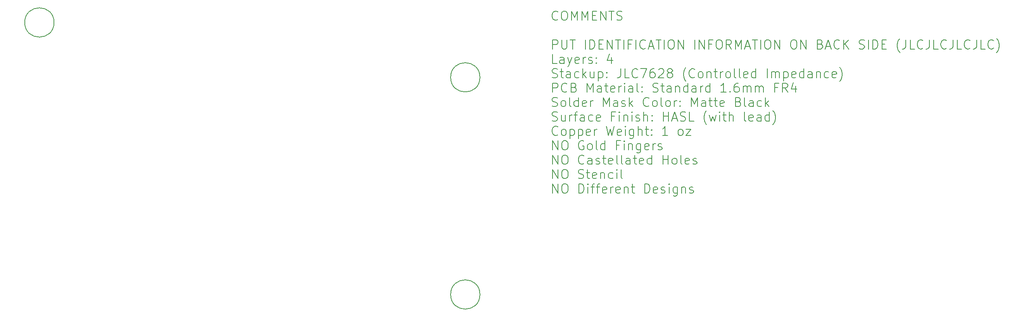
<source format=gbr>
G04 #@! TF.GenerationSoftware,KiCad,Pcbnew,(5.1.2)-1*
G04 #@! TF.CreationDate,2020-03-06T17:55:42-08:00*
G04 #@! TF.ProjectId,FIFO_P,4649464f-5f50-42e6-9b69-6361645f7063,rev?*
G04 #@! TF.SameCoordinates,Original*
G04 #@! TF.FileFunction,Other,Comment*
%FSLAX46Y46*%
G04 Gerber Fmt 4.6, Leading zero omitted, Abs format (unit mm)*
G04 Created by KiCad (PCBNEW (5.1.2)-1) date 2020-03-06 17:55:42*
%MOMM*%
%LPD*%
G04 APERTURE LIST*
%ADD10C,0.150000*%
G04 APERTURE END LIST*
D10*
X186466547Y-68814285D02*
X186371309Y-68909523D01*
X186085595Y-69004761D01*
X185895119Y-69004761D01*
X185609404Y-68909523D01*
X185418928Y-68719047D01*
X185323690Y-68528571D01*
X185228452Y-68147619D01*
X185228452Y-67861904D01*
X185323690Y-67480952D01*
X185418928Y-67290476D01*
X185609404Y-67100000D01*
X185895119Y-67004761D01*
X186085595Y-67004761D01*
X186371309Y-67100000D01*
X186466547Y-67195238D01*
X187704642Y-67004761D02*
X188085595Y-67004761D01*
X188276071Y-67100000D01*
X188466547Y-67290476D01*
X188561785Y-67671428D01*
X188561785Y-68338095D01*
X188466547Y-68719047D01*
X188276071Y-68909523D01*
X188085595Y-69004761D01*
X187704642Y-69004761D01*
X187514166Y-68909523D01*
X187323690Y-68719047D01*
X187228452Y-68338095D01*
X187228452Y-67671428D01*
X187323690Y-67290476D01*
X187514166Y-67100000D01*
X187704642Y-67004761D01*
X189418928Y-69004761D02*
X189418928Y-67004761D01*
X190085595Y-68433333D01*
X190752261Y-67004761D01*
X190752261Y-69004761D01*
X191704642Y-69004761D02*
X191704642Y-67004761D01*
X192371309Y-68433333D01*
X193037976Y-67004761D01*
X193037976Y-69004761D01*
X193990357Y-67957142D02*
X194657023Y-67957142D01*
X194942738Y-69004761D02*
X193990357Y-69004761D01*
X193990357Y-67004761D01*
X194942738Y-67004761D01*
X195799880Y-69004761D02*
X195799880Y-67004761D01*
X196942738Y-69004761D01*
X196942738Y-67004761D01*
X197609404Y-67004761D02*
X198752261Y-67004761D01*
X198180833Y-69004761D02*
X198180833Y-67004761D01*
X199323690Y-68909523D02*
X199609404Y-69004761D01*
X200085595Y-69004761D01*
X200276071Y-68909523D01*
X200371309Y-68814285D01*
X200466547Y-68623809D01*
X200466547Y-68433333D01*
X200371309Y-68242857D01*
X200276071Y-68147619D01*
X200085595Y-68052380D01*
X199704642Y-67957142D01*
X199514166Y-67861904D01*
X199418928Y-67766666D01*
X199323690Y-67576190D01*
X199323690Y-67385714D01*
X199418928Y-67195238D01*
X199514166Y-67100000D01*
X199704642Y-67004761D01*
X200180833Y-67004761D01*
X200466547Y-67100000D01*
X185323690Y-75304761D02*
X185323690Y-73304761D01*
X186085595Y-73304761D01*
X186276071Y-73400000D01*
X186371309Y-73495238D01*
X186466547Y-73685714D01*
X186466547Y-73971428D01*
X186371309Y-74161904D01*
X186276071Y-74257142D01*
X186085595Y-74352380D01*
X185323690Y-74352380D01*
X187323690Y-73304761D02*
X187323690Y-74923809D01*
X187418928Y-75114285D01*
X187514166Y-75209523D01*
X187704642Y-75304761D01*
X188085595Y-75304761D01*
X188276071Y-75209523D01*
X188371309Y-75114285D01*
X188466547Y-74923809D01*
X188466547Y-73304761D01*
X189133214Y-73304761D02*
X190276071Y-73304761D01*
X189704642Y-75304761D02*
X189704642Y-73304761D01*
X192466547Y-75304761D02*
X192466547Y-73304761D01*
X193418928Y-75304761D02*
X193418928Y-73304761D01*
X193895119Y-73304761D01*
X194180833Y-73400000D01*
X194371309Y-73590476D01*
X194466547Y-73780952D01*
X194561785Y-74161904D01*
X194561785Y-74447619D01*
X194466547Y-74828571D01*
X194371309Y-75019047D01*
X194180833Y-75209523D01*
X193895119Y-75304761D01*
X193418928Y-75304761D01*
X195418928Y-74257142D02*
X196085595Y-74257142D01*
X196371309Y-75304761D02*
X195418928Y-75304761D01*
X195418928Y-73304761D01*
X196371309Y-73304761D01*
X197228452Y-75304761D02*
X197228452Y-73304761D01*
X198371309Y-75304761D01*
X198371309Y-73304761D01*
X199037976Y-73304761D02*
X200180833Y-73304761D01*
X199609404Y-75304761D02*
X199609404Y-73304761D01*
X200847500Y-75304761D02*
X200847500Y-73304761D01*
X202466547Y-74257142D02*
X201799880Y-74257142D01*
X201799880Y-75304761D02*
X201799880Y-73304761D01*
X202752261Y-73304761D01*
X203514166Y-75304761D02*
X203514166Y-73304761D01*
X205609404Y-75114285D02*
X205514166Y-75209523D01*
X205228452Y-75304761D01*
X205037976Y-75304761D01*
X204752261Y-75209523D01*
X204561785Y-75019047D01*
X204466547Y-74828571D01*
X204371309Y-74447619D01*
X204371309Y-74161904D01*
X204466547Y-73780952D01*
X204561785Y-73590476D01*
X204752261Y-73400000D01*
X205037976Y-73304761D01*
X205228452Y-73304761D01*
X205514166Y-73400000D01*
X205609404Y-73495238D01*
X206371309Y-74733333D02*
X207323690Y-74733333D01*
X206180833Y-75304761D02*
X206847500Y-73304761D01*
X207514166Y-75304761D01*
X207895119Y-73304761D02*
X209037976Y-73304761D01*
X208466547Y-75304761D02*
X208466547Y-73304761D01*
X209704642Y-75304761D02*
X209704642Y-73304761D01*
X211037976Y-73304761D02*
X211418928Y-73304761D01*
X211609404Y-73400000D01*
X211799880Y-73590476D01*
X211895119Y-73971428D01*
X211895119Y-74638095D01*
X211799880Y-75019047D01*
X211609404Y-75209523D01*
X211418928Y-75304761D01*
X211037976Y-75304761D01*
X210847500Y-75209523D01*
X210657023Y-75019047D01*
X210561785Y-74638095D01*
X210561785Y-73971428D01*
X210657023Y-73590476D01*
X210847500Y-73400000D01*
X211037976Y-73304761D01*
X212752261Y-75304761D02*
X212752261Y-73304761D01*
X213895119Y-75304761D01*
X213895119Y-73304761D01*
X216371309Y-75304761D02*
X216371309Y-73304761D01*
X217323690Y-75304761D02*
X217323690Y-73304761D01*
X218466547Y-75304761D01*
X218466547Y-73304761D01*
X220085595Y-74257142D02*
X219418928Y-74257142D01*
X219418928Y-75304761D02*
X219418928Y-73304761D01*
X220371309Y-73304761D01*
X221514166Y-73304761D02*
X221895119Y-73304761D01*
X222085595Y-73400000D01*
X222276071Y-73590476D01*
X222371309Y-73971428D01*
X222371309Y-74638095D01*
X222276071Y-75019047D01*
X222085595Y-75209523D01*
X221895119Y-75304761D01*
X221514166Y-75304761D01*
X221323690Y-75209523D01*
X221133214Y-75019047D01*
X221037976Y-74638095D01*
X221037976Y-73971428D01*
X221133214Y-73590476D01*
X221323690Y-73400000D01*
X221514166Y-73304761D01*
X224371309Y-75304761D02*
X223704642Y-74352380D01*
X223228452Y-75304761D02*
X223228452Y-73304761D01*
X223990357Y-73304761D01*
X224180833Y-73400000D01*
X224276071Y-73495238D01*
X224371309Y-73685714D01*
X224371309Y-73971428D01*
X224276071Y-74161904D01*
X224180833Y-74257142D01*
X223990357Y-74352380D01*
X223228452Y-74352380D01*
X225228452Y-75304761D02*
X225228452Y-73304761D01*
X225895119Y-74733333D01*
X226561785Y-73304761D01*
X226561785Y-75304761D01*
X227418928Y-74733333D02*
X228371309Y-74733333D01*
X227228452Y-75304761D02*
X227895119Y-73304761D01*
X228561785Y-75304761D01*
X228942738Y-73304761D02*
X230085595Y-73304761D01*
X229514166Y-75304761D02*
X229514166Y-73304761D01*
X230752261Y-75304761D02*
X230752261Y-73304761D01*
X232085595Y-73304761D02*
X232466547Y-73304761D01*
X232657023Y-73400000D01*
X232847500Y-73590476D01*
X232942738Y-73971428D01*
X232942738Y-74638095D01*
X232847500Y-75019047D01*
X232657023Y-75209523D01*
X232466547Y-75304761D01*
X232085595Y-75304761D01*
X231895119Y-75209523D01*
X231704642Y-75019047D01*
X231609404Y-74638095D01*
X231609404Y-73971428D01*
X231704642Y-73590476D01*
X231895119Y-73400000D01*
X232085595Y-73304761D01*
X233799880Y-75304761D02*
X233799880Y-73304761D01*
X234942738Y-75304761D01*
X234942738Y-73304761D01*
X237799880Y-73304761D02*
X238180833Y-73304761D01*
X238371309Y-73400000D01*
X238561785Y-73590476D01*
X238657023Y-73971428D01*
X238657023Y-74638095D01*
X238561785Y-75019047D01*
X238371309Y-75209523D01*
X238180833Y-75304761D01*
X237799880Y-75304761D01*
X237609404Y-75209523D01*
X237418928Y-75019047D01*
X237323690Y-74638095D01*
X237323690Y-73971428D01*
X237418928Y-73590476D01*
X237609404Y-73400000D01*
X237799880Y-73304761D01*
X239514166Y-75304761D02*
X239514166Y-73304761D01*
X240657023Y-75304761D01*
X240657023Y-73304761D01*
X243799880Y-74257142D02*
X244085595Y-74352380D01*
X244180833Y-74447619D01*
X244276071Y-74638095D01*
X244276071Y-74923809D01*
X244180833Y-75114285D01*
X244085595Y-75209523D01*
X243895119Y-75304761D01*
X243133214Y-75304761D01*
X243133214Y-73304761D01*
X243799880Y-73304761D01*
X243990357Y-73400000D01*
X244085595Y-73495238D01*
X244180833Y-73685714D01*
X244180833Y-73876190D01*
X244085595Y-74066666D01*
X243990357Y-74161904D01*
X243799880Y-74257142D01*
X243133214Y-74257142D01*
X245037976Y-74733333D02*
X245990357Y-74733333D01*
X244847500Y-75304761D02*
X245514166Y-73304761D01*
X246180833Y-75304761D01*
X247990357Y-75114285D02*
X247895119Y-75209523D01*
X247609404Y-75304761D01*
X247418928Y-75304761D01*
X247133214Y-75209523D01*
X246942738Y-75019047D01*
X246847500Y-74828571D01*
X246752261Y-74447619D01*
X246752261Y-74161904D01*
X246847500Y-73780952D01*
X246942738Y-73590476D01*
X247133214Y-73400000D01*
X247418928Y-73304761D01*
X247609404Y-73304761D01*
X247895119Y-73400000D01*
X247990357Y-73495238D01*
X248847500Y-75304761D02*
X248847500Y-73304761D01*
X249990357Y-75304761D02*
X249133214Y-74161904D01*
X249990357Y-73304761D02*
X248847500Y-74447619D01*
X252276071Y-75209523D02*
X252561785Y-75304761D01*
X253037976Y-75304761D01*
X253228452Y-75209523D01*
X253323690Y-75114285D01*
X253418928Y-74923809D01*
X253418928Y-74733333D01*
X253323690Y-74542857D01*
X253228452Y-74447619D01*
X253037976Y-74352380D01*
X252657023Y-74257142D01*
X252466547Y-74161904D01*
X252371309Y-74066666D01*
X252276071Y-73876190D01*
X252276071Y-73685714D01*
X252371309Y-73495238D01*
X252466547Y-73400000D01*
X252657023Y-73304761D01*
X253133214Y-73304761D01*
X253418928Y-73400000D01*
X254276071Y-75304761D02*
X254276071Y-73304761D01*
X255228452Y-75304761D02*
X255228452Y-73304761D01*
X255704642Y-73304761D01*
X255990357Y-73400000D01*
X256180833Y-73590476D01*
X256276071Y-73780952D01*
X256371309Y-74161904D01*
X256371309Y-74447619D01*
X256276071Y-74828571D01*
X256180833Y-75019047D01*
X255990357Y-75209523D01*
X255704642Y-75304761D01*
X255228452Y-75304761D01*
X257228452Y-74257142D02*
X257895119Y-74257142D01*
X258180833Y-75304761D02*
X257228452Y-75304761D01*
X257228452Y-73304761D01*
X258180833Y-73304761D01*
X261133214Y-76066666D02*
X261037976Y-75971428D01*
X260847500Y-75685714D01*
X260752261Y-75495238D01*
X260657023Y-75209523D01*
X260561785Y-74733333D01*
X260561785Y-74352380D01*
X260657023Y-73876190D01*
X260752261Y-73590476D01*
X260847500Y-73400000D01*
X261037976Y-73114285D01*
X261133214Y-73019047D01*
X262466547Y-73304761D02*
X262466547Y-74733333D01*
X262371309Y-75019047D01*
X262180833Y-75209523D01*
X261895119Y-75304761D01*
X261704642Y-75304761D01*
X264371309Y-75304761D02*
X263418928Y-75304761D01*
X263418928Y-73304761D01*
X266180833Y-75114285D02*
X266085595Y-75209523D01*
X265799880Y-75304761D01*
X265609404Y-75304761D01*
X265323690Y-75209523D01*
X265133214Y-75019047D01*
X265037976Y-74828571D01*
X264942738Y-74447619D01*
X264942738Y-74161904D01*
X265037976Y-73780952D01*
X265133214Y-73590476D01*
X265323690Y-73400000D01*
X265609404Y-73304761D01*
X265799880Y-73304761D01*
X266085595Y-73400000D01*
X266180833Y-73495238D01*
X267609404Y-73304761D02*
X267609404Y-74733333D01*
X267514166Y-75019047D01*
X267323690Y-75209523D01*
X267037976Y-75304761D01*
X266847500Y-75304761D01*
X269514166Y-75304761D02*
X268561785Y-75304761D01*
X268561785Y-73304761D01*
X271323690Y-75114285D02*
X271228452Y-75209523D01*
X270942738Y-75304761D01*
X270752261Y-75304761D01*
X270466547Y-75209523D01*
X270276071Y-75019047D01*
X270180833Y-74828571D01*
X270085595Y-74447619D01*
X270085595Y-74161904D01*
X270180833Y-73780952D01*
X270276071Y-73590476D01*
X270466547Y-73400000D01*
X270752261Y-73304761D01*
X270942738Y-73304761D01*
X271228452Y-73400000D01*
X271323690Y-73495238D01*
X272752261Y-73304761D02*
X272752261Y-74733333D01*
X272657023Y-75019047D01*
X272466547Y-75209523D01*
X272180833Y-75304761D01*
X271990357Y-75304761D01*
X274657023Y-75304761D02*
X273704642Y-75304761D01*
X273704642Y-73304761D01*
X276466547Y-75114285D02*
X276371309Y-75209523D01*
X276085595Y-75304761D01*
X275895119Y-75304761D01*
X275609404Y-75209523D01*
X275418928Y-75019047D01*
X275323690Y-74828571D01*
X275228452Y-74447619D01*
X275228452Y-74161904D01*
X275323690Y-73780952D01*
X275418928Y-73590476D01*
X275609404Y-73400000D01*
X275895119Y-73304761D01*
X276085595Y-73304761D01*
X276371309Y-73400000D01*
X276466547Y-73495238D01*
X277895119Y-73304761D02*
X277895119Y-74733333D01*
X277799880Y-75019047D01*
X277609404Y-75209523D01*
X277323690Y-75304761D01*
X277133214Y-75304761D01*
X279799880Y-75304761D02*
X278847500Y-75304761D01*
X278847500Y-73304761D01*
X281609404Y-75114285D02*
X281514166Y-75209523D01*
X281228452Y-75304761D01*
X281037976Y-75304761D01*
X280752261Y-75209523D01*
X280561785Y-75019047D01*
X280466547Y-74828571D01*
X280371309Y-74447619D01*
X280371309Y-74161904D01*
X280466547Y-73780952D01*
X280561785Y-73590476D01*
X280752261Y-73400000D01*
X281037976Y-73304761D01*
X281228452Y-73304761D01*
X281514166Y-73400000D01*
X281609404Y-73495238D01*
X282276071Y-76066666D02*
X282371309Y-75971428D01*
X282561785Y-75685714D01*
X282657023Y-75495238D01*
X282752261Y-75209523D01*
X282847499Y-74733333D01*
X282847499Y-74352380D01*
X282752261Y-73876190D01*
X282657023Y-73590476D01*
X282561785Y-73400000D01*
X282371309Y-73114285D01*
X282276071Y-73019047D01*
X186276071Y-78454761D02*
X185323690Y-78454761D01*
X185323690Y-76454761D01*
X187799880Y-78454761D02*
X187799880Y-77407142D01*
X187704642Y-77216666D01*
X187514166Y-77121428D01*
X187133214Y-77121428D01*
X186942738Y-77216666D01*
X187799880Y-78359523D02*
X187609404Y-78454761D01*
X187133214Y-78454761D01*
X186942738Y-78359523D01*
X186847500Y-78169047D01*
X186847500Y-77978571D01*
X186942738Y-77788095D01*
X187133214Y-77692857D01*
X187609404Y-77692857D01*
X187799880Y-77597619D01*
X188561785Y-77121428D02*
X189037976Y-78454761D01*
X189514166Y-77121428D02*
X189037976Y-78454761D01*
X188847500Y-78930952D01*
X188752261Y-79026190D01*
X188561785Y-79121428D01*
X191037976Y-78359523D02*
X190847500Y-78454761D01*
X190466547Y-78454761D01*
X190276071Y-78359523D01*
X190180833Y-78169047D01*
X190180833Y-77407142D01*
X190276071Y-77216666D01*
X190466547Y-77121428D01*
X190847500Y-77121428D01*
X191037976Y-77216666D01*
X191133214Y-77407142D01*
X191133214Y-77597619D01*
X190180833Y-77788095D01*
X191990357Y-78454761D02*
X191990357Y-77121428D01*
X191990357Y-77502380D02*
X192085595Y-77311904D01*
X192180833Y-77216666D01*
X192371309Y-77121428D01*
X192561785Y-77121428D01*
X193133214Y-78359523D02*
X193323690Y-78454761D01*
X193704642Y-78454761D01*
X193895119Y-78359523D01*
X193990357Y-78169047D01*
X193990357Y-78073809D01*
X193895119Y-77883333D01*
X193704642Y-77788095D01*
X193418928Y-77788095D01*
X193228452Y-77692857D01*
X193133214Y-77502380D01*
X193133214Y-77407142D01*
X193228452Y-77216666D01*
X193418928Y-77121428D01*
X193704642Y-77121428D01*
X193895119Y-77216666D01*
X194847500Y-78264285D02*
X194942738Y-78359523D01*
X194847500Y-78454761D01*
X194752261Y-78359523D01*
X194847500Y-78264285D01*
X194847500Y-78454761D01*
X194847500Y-77216666D02*
X194942738Y-77311904D01*
X194847500Y-77407142D01*
X194752261Y-77311904D01*
X194847500Y-77216666D01*
X194847500Y-77407142D01*
X198180833Y-77121428D02*
X198180833Y-78454761D01*
X197704642Y-76359523D02*
X197228452Y-77788095D01*
X198466547Y-77788095D01*
X185228452Y-81509523D02*
X185514166Y-81604761D01*
X185990357Y-81604761D01*
X186180833Y-81509523D01*
X186276071Y-81414285D01*
X186371309Y-81223809D01*
X186371309Y-81033333D01*
X186276071Y-80842857D01*
X186180833Y-80747619D01*
X185990357Y-80652380D01*
X185609404Y-80557142D01*
X185418928Y-80461904D01*
X185323690Y-80366666D01*
X185228452Y-80176190D01*
X185228452Y-79985714D01*
X185323690Y-79795238D01*
X185418928Y-79700000D01*
X185609404Y-79604761D01*
X186085595Y-79604761D01*
X186371309Y-79700000D01*
X186942738Y-80271428D02*
X187704642Y-80271428D01*
X187228452Y-79604761D02*
X187228452Y-81319047D01*
X187323690Y-81509523D01*
X187514166Y-81604761D01*
X187704642Y-81604761D01*
X189228452Y-81604761D02*
X189228452Y-80557142D01*
X189133214Y-80366666D01*
X188942738Y-80271428D01*
X188561785Y-80271428D01*
X188371309Y-80366666D01*
X189228452Y-81509523D02*
X189037976Y-81604761D01*
X188561785Y-81604761D01*
X188371309Y-81509523D01*
X188276071Y-81319047D01*
X188276071Y-81128571D01*
X188371309Y-80938095D01*
X188561785Y-80842857D01*
X189037976Y-80842857D01*
X189228452Y-80747619D01*
X191037976Y-81509523D02*
X190847500Y-81604761D01*
X190466547Y-81604761D01*
X190276071Y-81509523D01*
X190180833Y-81414285D01*
X190085595Y-81223809D01*
X190085595Y-80652380D01*
X190180833Y-80461904D01*
X190276071Y-80366666D01*
X190466547Y-80271428D01*
X190847500Y-80271428D01*
X191037976Y-80366666D01*
X191895119Y-81604761D02*
X191895119Y-79604761D01*
X192085595Y-80842857D02*
X192657023Y-81604761D01*
X192657023Y-80271428D02*
X191895119Y-81033333D01*
X194371309Y-80271428D02*
X194371309Y-81604761D01*
X193514166Y-80271428D02*
X193514166Y-81319047D01*
X193609404Y-81509523D01*
X193799880Y-81604761D01*
X194085595Y-81604761D01*
X194276071Y-81509523D01*
X194371309Y-81414285D01*
X195323690Y-80271428D02*
X195323690Y-82271428D01*
X195323690Y-80366666D02*
X195514166Y-80271428D01*
X195895119Y-80271428D01*
X196085595Y-80366666D01*
X196180833Y-80461904D01*
X196276071Y-80652380D01*
X196276071Y-81223809D01*
X196180833Y-81414285D01*
X196085595Y-81509523D01*
X195895119Y-81604761D01*
X195514166Y-81604761D01*
X195323690Y-81509523D01*
X197133214Y-81414285D02*
X197228452Y-81509523D01*
X197133214Y-81604761D01*
X197037976Y-81509523D01*
X197133214Y-81414285D01*
X197133214Y-81604761D01*
X197133214Y-80366666D02*
X197228452Y-80461904D01*
X197133214Y-80557142D01*
X197037976Y-80461904D01*
X197133214Y-80366666D01*
X197133214Y-80557142D01*
X200180833Y-79604761D02*
X200180833Y-81033333D01*
X200085595Y-81319047D01*
X199895119Y-81509523D01*
X199609404Y-81604761D01*
X199418928Y-81604761D01*
X202085595Y-81604761D02*
X201133214Y-81604761D01*
X201133214Y-79604761D01*
X203895119Y-81414285D02*
X203799880Y-81509523D01*
X203514166Y-81604761D01*
X203323690Y-81604761D01*
X203037976Y-81509523D01*
X202847500Y-81319047D01*
X202752261Y-81128571D01*
X202657023Y-80747619D01*
X202657023Y-80461904D01*
X202752261Y-80080952D01*
X202847500Y-79890476D01*
X203037976Y-79700000D01*
X203323690Y-79604761D01*
X203514166Y-79604761D01*
X203799880Y-79700000D01*
X203895119Y-79795238D01*
X204561785Y-79604761D02*
X205895119Y-79604761D01*
X205037976Y-81604761D01*
X207514166Y-79604761D02*
X207133214Y-79604761D01*
X206942738Y-79700000D01*
X206847500Y-79795238D01*
X206657023Y-80080952D01*
X206561785Y-80461904D01*
X206561785Y-81223809D01*
X206657023Y-81414285D01*
X206752261Y-81509523D01*
X206942738Y-81604761D01*
X207323690Y-81604761D01*
X207514166Y-81509523D01*
X207609404Y-81414285D01*
X207704642Y-81223809D01*
X207704642Y-80747619D01*
X207609404Y-80557142D01*
X207514166Y-80461904D01*
X207323690Y-80366666D01*
X206942738Y-80366666D01*
X206752261Y-80461904D01*
X206657023Y-80557142D01*
X206561785Y-80747619D01*
X208466547Y-79795238D02*
X208561785Y-79700000D01*
X208752261Y-79604761D01*
X209228452Y-79604761D01*
X209418928Y-79700000D01*
X209514166Y-79795238D01*
X209609404Y-79985714D01*
X209609404Y-80176190D01*
X209514166Y-80461904D01*
X208371309Y-81604761D01*
X209609404Y-81604761D01*
X210752261Y-80461904D02*
X210561785Y-80366666D01*
X210466547Y-80271428D01*
X210371309Y-80080952D01*
X210371309Y-79985714D01*
X210466547Y-79795238D01*
X210561785Y-79700000D01*
X210752261Y-79604761D01*
X211133214Y-79604761D01*
X211323690Y-79700000D01*
X211418928Y-79795238D01*
X211514166Y-79985714D01*
X211514166Y-80080952D01*
X211418928Y-80271428D01*
X211323690Y-80366666D01*
X211133214Y-80461904D01*
X210752261Y-80461904D01*
X210561785Y-80557142D01*
X210466547Y-80652380D01*
X210371309Y-80842857D01*
X210371309Y-81223809D01*
X210466547Y-81414285D01*
X210561785Y-81509523D01*
X210752261Y-81604761D01*
X211133214Y-81604761D01*
X211323690Y-81509523D01*
X211418928Y-81414285D01*
X211514166Y-81223809D01*
X211514166Y-80842857D01*
X211418928Y-80652380D01*
X211323690Y-80557142D01*
X211133214Y-80461904D01*
X214466547Y-82366666D02*
X214371309Y-82271428D01*
X214180833Y-81985714D01*
X214085595Y-81795238D01*
X213990357Y-81509523D01*
X213895119Y-81033333D01*
X213895119Y-80652380D01*
X213990357Y-80176190D01*
X214085595Y-79890476D01*
X214180833Y-79700000D01*
X214371309Y-79414285D01*
X214466547Y-79319047D01*
X216371309Y-81414285D02*
X216276071Y-81509523D01*
X215990357Y-81604761D01*
X215799880Y-81604761D01*
X215514166Y-81509523D01*
X215323690Y-81319047D01*
X215228452Y-81128571D01*
X215133214Y-80747619D01*
X215133214Y-80461904D01*
X215228452Y-80080952D01*
X215323690Y-79890476D01*
X215514166Y-79700000D01*
X215799880Y-79604761D01*
X215990357Y-79604761D01*
X216276071Y-79700000D01*
X216371309Y-79795238D01*
X217514166Y-81604761D02*
X217323690Y-81509523D01*
X217228452Y-81414285D01*
X217133214Y-81223809D01*
X217133214Y-80652380D01*
X217228452Y-80461904D01*
X217323690Y-80366666D01*
X217514166Y-80271428D01*
X217799880Y-80271428D01*
X217990357Y-80366666D01*
X218085595Y-80461904D01*
X218180833Y-80652380D01*
X218180833Y-81223809D01*
X218085595Y-81414285D01*
X217990357Y-81509523D01*
X217799880Y-81604761D01*
X217514166Y-81604761D01*
X219037976Y-80271428D02*
X219037976Y-81604761D01*
X219037976Y-80461904D02*
X219133214Y-80366666D01*
X219323690Y-80271428D01*
X219609404Y-80271428D01*
X219799880Y-80366666D01*
X219895119Y-80557142D01*
X219895119Y-81604761D01*
X220561785Y-80271428D02*
X221323690Y-80271428D01*
X220847500Y-79604761D02*
X220847500Y-81319047D01*
X220942738Y-81509523D01*
X221133214Y-81604761D01*
X221323690Y-81604761D01*
X221990357Y-81604761D02*
X221990357Y-80271428D01*
X221990357Y-80652380D02*
X222085595Y-80461904D01*
X222180833Y-80366666D01*
X222371309Y-80271428D01*
X222561785Y-80271428D01*
X223514166Y-81604761D02*
X223323690Y-81509523D01*
X223228452Y-81414285D01*
X223133214Y-81223809D01*
X223133214Y-80652380D01*
X223228452Y-80461904D01*
X223323690Y-80366666D01*
X223514166Y-80271428D01*
X223799880Y-80271428D01*
X223990357Y-80366666D01*
X224085595Y-80461904D01*
X224180833Y-80652380D01*
X224180833Y-81223809D01*
X224085595Y-81414285D01*
X223990357Y-81509523D01*
X223799880Y-81604761D01*
X223514166Y-81604761D01*
X225323690Y-81604761D02*
X225133214Y-81509523D01*
X225037976Y-81319047D01*
X225037976Y-79604761D01*
X226371309Y-81604761D02*
X226180833Y-81509523D01*
X226085595Y-81319047D01*
X226085595Y-79604761D01*
X227895119Y-81509523D02*
X227704642Y-81604761D01*
X227323690Y-81604761D01*
X227133214Y-81509523D01*
X227037976Y-81319047D01*
X227037976Y-80557142D01*
X227133214Y-80366666D01*
X227323690Y-80271428D01*
X227704642Y-80271428D01*
X227895119Y-80366666D01*
X227990357Y-80557142D01*
X227990357Y-80747619D01*
X227037976Y-80938095D01*
X229704642Y-81604761D02*
X229704642Y-79604761D01*
X229704642Y-81509523D02*
X229514166Y-81604761D01*
X229133214Y-81604761D01*
X228942738Y-81509523D01*
X228847499Y-81414285D01*
X228752261Y-81223809D01*
X228752261Y-80652380D01*
X228847499Y-80461904D01*
X228942738Y-80366666D01*
X229133214Y-80271428D01*
X229514166Y-80271428D01*
X229704642Y-80366666D01*
X232180833Y-81604761D02*
X232180833Y-79604761D01*
X233133214Y-81604761D02*
X233133214Y-80271428D01*
X233133214Y-80461904D02*
X233228452Y-80366666D01*
X233418928Y-80271428D01*
X233704642Y-80271428D01*
X233895119Y-80366666D01*
X233990357Y-80557142D01*
X233990357Y-81604761D01*
X233990357Y-80557142D02*
X234085595Y-80366666D01*
X234276071Y-80271428D01*
X234561785Y-80271428D01*
X234752261Y-80366666D01*
X234847499Y-80557142D01*
X234847499Y-81604761D01*
X235799880Y-80271428D02*
X235799880Y-82271428D01*
X235799880Y-80366666D02*
X235990357Y-80271428D01*
X236371309Y-80271428D01*
X236561785Y-80366666D01*
X236657023Y-80461904D01*
X236752261Y-80652380D01*
X236752261Y-81223809D01*
X236657023Y-81414285D01*
X236561785Y-81509523D01*
X236371309Y-81604761D01*
X235990357Y-81604761D01*
X235799880Y-81509523D01*
X238371309Y-81509523D02*
X238180833Y-81604761D01*
X237799880Y-81604761D01*
X237609404Y-81509523D01*
X237514166Y-81319047D01*
X237514166Y-80557142D01*
X237609404Y-80366666D01*
X237799880Y-80271428D01*
X238180833Y-80271428D01*
X238371309Y-80366666D01*
X238466547Y-80557142D01*
X238466547Y-80747619D01*
X237514166Y-80938095D01*
X240180833Y-81604761D02*
X240180833Y-79604761D01*
X240180833Y-81509523D02*
X239990357Y-81604761D01*
X239609404Y-81604761D01*
X239418928Y-81509523D01*
X239323690Y-81414285D01*
X239228452Y-81223809D01*
X239228452Y-80652380D01*
X239323690Y-80461904D01*
X239418928Y-80366666D01*
X239609404Y-80271428D01*
X239990357Y-80271428D01*
X240180833Y-80366666D01*
X241990357Y-81604761D02*
X241990357Y-80557142D01*
X241895119Y-80366666D01*
X241704642Y-80271428D01*
X241323690Y-80271428D01*
X241133214Y-80366666D01*
X241990357Y-81509523D02*
X241799880Y-81604761D01*
X241323690Y-81604761D01*
X241133214Y-81509523D01*
X241037976Y-81319047D01*
X241037976Y-81128571D01*
X241133214Y-80938095D01*
X241323690Y-80842857D01*
X241799880Y-80842857D01*
X241990357Y-80747619D01*
X242942738Y-80271428D02*
X242942738Y-81604761D01*
X242942738Y-80461904D02*
X243037976Y-80366666D01*
X243228452Y-80271428D01*
X243514166Y-80271428D01*
X243704642Y-80366666D01*
X243799880Y-80557142D01*
X243799880Y-81604761D01*
X245609404Y-81509523D02*
X245418928Y-81604761D01*
X245037976Y-81604761D01*
X244847499Y-81509523D01*
X244752261Y-81414285D01*
X244657023Y-81223809D01*
X244657023Y-80652380D01*
X244752261Y-80461904D01*
X244847499Y-80366666D01*
X245037976Y-80271428D01*
X245418928Y-80271428D01*
X245609404Y-80366666D01*
X247228452Y-81509523D02*
X247037976Y-81604761D01*
X246657023Y-81604761D01*
X246466547Y-81509523D01*
X246371309Y-81319047D01*
X246371309Y-80557142D01*
X246466547Y-80366666D01*
X246657023Y-80271428D01*
X247037976Y-80271428D01*
X247228452Y-80366666D01*
X247323690Y-80557142D01*
X247323690Y-80747619D01*
X246371309Y-80938095D01*
X247990357Y-82366666D02*
X248085595Y-82271428D01*
X248276071Y-81985714D01*
X248371309Y-81795238D01*
X248466547Y-81509523D01*
X248561785Y-81033333D01*
X248561785Y-80652380D01*
X248466547Y-80176190D01*
X248371309Y-79890476D01*
X248276071Y-79700000D01*
X248085595Y-79414285D01*
X247990357Y-79319047D01*
X185323690Y-84754761D02*
X185323690Y-82754761D01*
X186085595Y-82754761D01*
X186276071Y-82850000D01*
X186371309Y-82945238D01*
X186466547Y-83135714D01*
X186466547Y-83421428D01*
X186371309Y-83611904D01*
X186276071Y-83707142D01*
X186085595Y-83802380D01*
X185323690Y-83802380D01*
X188466547Y-84564285D02*
X188371309Y-84659523D01*
X188085595Y-84754761D01*
X187895119Y-84754761D01*
X187609404Y-84659523D01*
X187418928Y-84469047D01*
X187323690Y-84278571D01*
X187228452Y-83897619D01*
X187228452Y-83611904D01*
X187323690Y-83230952D01*
X187418928Y-83040476D01*
X187609404Y-82850000D01*
X187895119Y-82754761D01*
X188085595Y-82754761D01*
X188371309Y-82850000D01*
X188466547Y-82945238D01*
X189990357Y-83707142D02*
X190276071Y-83802380D01*
X190371309Y-83897619D01*
X190466547Y-84088095D01*
X190466547Y-84373809D01*
X190371309Y-84564285D01*
X190276071Y-84659523D01*
X190085595Y-84754761D01*
X189323690Y-84754761D01*
X189323690Y-82754761D01*
X189990357Y-82754761D01*
X190180833Y-82850000D01*
X190276071Y-82945238D01*
X190371309Y-83135714D01*
X190371309Y-83326190D01*
X190276071Y-83516666D01*
X190180833Y-83611904D01*
X189990357Y-83707142D01*
X189323690Y-83707142D01*
X192847500Y-84754761D02*
X192847500Y-82754761D01*
X193514166Y-84183333D01*
X194180833Y-82754761D01*
X194180833Y-84754761D01*
X195990357Y-84754761D02*
X195990357Y-83707142D01*
X195895119Y-83516666D01*
X195704642Y-83421428D01*
X195323690Y-83421428D01*
X195133214Y-83516666D01*
X195990357Y-84659523D02*
X195799880Y-84754761D01*
X195323690Y-84754761D01*
X195133214Y-84659523D01*
X195037976Y-84469047D01*
X195037976Y-84278571D01*
X195133214Y-84088095D01*
X195323690Y-83992857D01*
X195799880Y-83992857D01*
X195990357Y-83897619D01*
X196657023Y-83421428D02*
X197418928Y-83421428D01*
X196942738Y-82754761D02*
X196942738Y-84469047D01*
X197037976Y-84659523D01*
X197228452Y-84754761D01*
X197418928Y-84754761D01*
X198847500Y-84659523D02*
X198657023Y-84754761D01*
X198276071Y-84754761D01*
X198085595Y-84659523D01*
X197990357Y-84469047D01*
X197990357Y-83707142D01*
X198085595Y-83516666D01*
X198276071Y-83421428D01*
X198657023Y-83421428D01*
X198847500Y-83516666D01*
X198942738Y-83707142D01*
X198942738Y-83897619D01*
X197990357Y-84088095D01*
X199799880Y-84754761D02*
X199799880Y-83421428D01*
X199799880Y-83802380D02*
X199895119Y-83611904D01*
X199990357Y-83516666D01*
X200180833Y-83421428D01*
X200371309Y-83421428D01*
X201037976Y-84754761D02*
X201037976Y-83421428D01*
X201037976Y-82754761D02*
X200942738Y-82850000D01*
X201037976Y-82945238D01*
X201133214Y-82850000D01*
X201037976Y-82754761D01*
X201037976Y-82945238D01*
X202847500Y-84754761D02*
X202847500Y-83707142D01*
X202752261Y-83516666D01*
X202561785Y-83421428D01*
X202180833Y-83421428D01*
X201990357Y-83516666D01*
X202847500Y-84659523D02*
X202657023Y-84754761D01*
X202180833Y-84754761D01*
X201990357Y-84659523D01*
X201895119Y-84469047D01*
X201895119Y-84278571D01*
X201990357Y-84088095D01*
X202180833Y-83992857D01*
X202657023Y-83992857D01*
X202847500Y-83897619D01*
X204085595Y-84754761D02*
X203895119Y-84659523D01*
X203799880Y-84469047D01*
X203799880Y-82754761D01*
X204847500Y-84564285D02*
X204942738Y-84659523D01*
X204847500Y-84754761D01*
X204752261Y-84659523D01*
X204847500Y-84564285D01*
X204847500Y-84754761D01*
X204847500Y-83516666D02*
X204942738Y-83611904D01*
X204847500Y-83707142D01*
X204752261Y-83611904D01*
X204847500Y-83516666D01*
X204847500Y-83707142D01*
X207228452Y-84659523D02*
X207514166Y-84754761D01*
X207990357Y-84754761D01*
X208180833Y-84659523D01*
X208276071Y-84564285D01*
X208371309Y-84373809D01*
X208371309Y-84183333D01*
X208276071Y-83992857D01*
X208180833Y-83897619D01*
X207990357Y-83802380D01*
X207609404Y-83707142D01*
X207418928Y-83611904D01*
X207323690Y-83516666D01*
X207228452Y-83326190D01*
X207228452Y-83135714D01*
X207323690Y-82945238D01*
X207418928Y-82850000D01*
X207609404Y-82754761D01*
X208085595Y-82754761D01*
X208371309Y-82850000D01*
X208942738Y-83421428D02*
X209704642Y-83421428D01*
X209228452Y-82754761D02*
X209228452Y-84469047D01*
X209323690Y-84659523D01*
X209514166Y-84754761D01*
X209704642Y-84754761D01*
X211228452Y-84754761D02*
X211228452Y-83707142D01*
X211133214Y-83516666D01*
X210942738Y-83421428D01*
X210561785Y-83421428D01*
X210371309Y-83516666D01*
X211228452Y-84659523D02*
X211037976Y-84754761D01*
X210561785Y-84754761D01*
X210371309Y-84659523D01*
X210276071Y-84469047D01*
X210276071Y-84278571D01*
X210371309Y-84088095D01*
X210561785Y-83992857D01*
X211037976Y-83992857D01*
X211228452Y-83897619D01*
X212180833Y-83421428D02*
X212180833Y-84754761D01*
X212180833Y-83611904D02*
X212276071Y-83516666D01*
X212466547Y-83421428D01*
X212752261Y-83421428D01*
X212942738Y-83516666D01*
X213037976Y-83707142D01*
X213037976Y-84754761D01*
X214847500Y-84754761D02*
X214847500Y-82754761D01*
X214847500Y-84659523D02*
X214657023Y-84754761D01*
X214276071Y-84754761D01*
X214085595Y-84659523D01*
X213990357Y-84564285D01*
X213895119Y-84373809D01*
X213895119Y-83802380D01*
X213990357Y-83611904D01*
X214085595Y-83516666D01*
X214276071Y-83421428D01*
X214657023Y-83421428D01*
X214847500Y-83516666D01*
X216657023Y-84754761D02*
X216657023Y-83707142D01*
X216561785Y-83516666D01*
X216371309Y-83421428D01*
X215990357Y-83421428D01*
X215799880Y-83516666D01*
X216657023Y-84659523D02*
X216466547Y-84754761D01*
X215990357Y-84754761D01*
X215799880Y-84659523D01*
X215704642Y-84469047D01*
X215704642Y-84278571D01*
X215799880Y-84088095D01*
X215990357Y-83992857D01*
X216466547Y-83992857D01*
X216657023Y-83897619D01*
X217609404Y-84754761D02*
X217609404Y-83421428D01*
X217609404Y-83802380D02*
X217704642Y-83611904D01*
X217799880Y-83516666D01*
X217990357Y-83421428D01*
X218180833Y-83421428D01*
X219704642Y-84754761D02*
X219704642Y-82754761D01*
X219704642Y-84659523D02*
X219514166Y-84754761D01*
X219133214Y-84754761D01*
X218942738Y-84659523D01*
X218847500Y-84564285D01*
X218752261Y-84373809D01*
X218752261Y-83802380D01*
X218847500Y-83611904D01*
X218942738Y-83516666D01*
X219133214Y-83421428D01*
X219514166Y-83421428D01*
X219704642Y-83516666D01*
X223228452Y-84754761D02*
X222085595Y-84754761D01*
X222657023Y-84754761D02*
X222657023Y-82754761D01*
X222466547Y-83040476D01*
X222276071Y-83230952D01*
X222085595Y-83326190D01*
X224085595Y-84564285D02*
X224180833Y-84659523D01*
X224085595Y-84754761D01*
X223990357Y-84659523D01*
X224085595Y-84564285D01*
X224085595Y-84754761D01*
X225895119Y-82754761D02*
X225514166Y-82754761D01*
X225323690Y-82850000D01*
X225228452Y-82945238D01*
X225037976Y-83230952D01*
X224942738Y-83611904D01*
X224942738Y-84373809D01*
X225037976Y-84564285D01*
X225133214Y-84659523D01*
X225323690Y-84754761D01*
X225704642Y-84754761D01*
X225895119Y-84659523D01*
X225990357Y-84564285D01*
X226085595Y-84373809D01*
X226085595Y-83897619D01*
X225990357Y-83707142D01*
X225895119Y-83611904D01*
X225704642Y-83516666D01*
X225323690Y-83516666D01*
X225133214Y-83611904D01*
X225037976Y-83707142D01*
X224942738Y-83897619D01*
X226942738Y-84754761D02*
X226942738Y-83421428D01*
X226942738Y-83611904D02*
X227037976Y-83516666D01*
X227228452Y-83421428D01*
X227514166Y-83421428D01*
X227704642Y-83516666D01*
X227799880Y-83707142D01*
X227799880Y-84754761D01*
X227799880Y-83707142D02*
X227895119Y-83516666D01*
X228085595Y-83421428D01*
X228371309Y-83421428D01*
X228561785Y-83516666D01*
X228657023Y-83707142D01*
X228657023Y-84754761D01*
X229609404Y-84754761D02*
X229609404Y-83421428D01*
X229609404Y-83611904D02*
X229704642Y-83516666D01*
X229895119Y-83421428D01*
X230180833Y-83421428D01*
X230371309Y-83516666D01*
X230466547Y-83707142D01*
X230466547Y-84754761D01*
X230466547Y-83707142D02*
X230561785Y-83516666D01*
X230752261Y-83421428D01*
X231037976Y-83421428D01*
X231228452Y-83516666D01*
X231323690Y-83707142D01*
X231323690Y-84754761D01*
X234466547Y-83707142D02*
X233799880Y-83707142D01*
X233799880Y-84754761D02*
X233799880Y-82754761D01*
X234752261Y-82754761D01*
X236657023Y-84754761D02*
X235990357Y-83802380D01*
X235514166Y-84754761D02*
X235514166Y-82754761D01*
X236276071Y-82754761D01*
X236466547Y-82850000D01*
X236561785Y-82945238D01*
X236657023Y-83135714D01*
X236657023Y-83421428D01*
X236561785Y-83611904D01*
X236466547Y-83707142D01*
X236276071Y-83802380D01*
X235514166Y-83802380D01*
X238371309Y-83421428D02*
X238371309Y-84754761D01*
X237895119Y-82659523D02*
X237418928Y-84088095D01*
X238657023Y-84088095D01*
X185228452Y-87809523D02*
X185514166Y-87904761D01*
X185990357Y-87904761D01*
X186180833Y-87809523D01*
X186276071Y-87714285D01*
X186371309Y-87523809D01*
X186371309Y-87333333D01*
X186276071Y-87142857D01*
X186180833Y-87047619D01*
X185990357Y-86952380D01*
X185609404Y-86857142D01*
X185418928Y-86761904D01*
X185323690Y-86666666D01*
X185228452Y-86476190D01*
X185228452Y-86285714D01*
X185323690Y-86095238D01*
X185418928Y-86000000D01*
X185609404Y-85904761D01*
X186085595Y-85904761D01*
X186371309Y-86000000D01*
X187514166Y-87904761D02*
X187323690Y-87809523D01*
X187228452Y-87714285D01*
X187133214Y-87523809D01*
X187133214Y-86952380D01*
X187228452Y-86761904D01*
X187323690Y-86666666D01*
X187514166Y-86571428D01*
X187799880Y-86571428D01*
X187990357Y-86666666D01*
X188085595Y-86761904D01*
X188180833Y-86952380D01*
X188180833Y-87523809D01*
X188085595Y-87714285D01*
X187990357Y-87809523D01*
X187799880Y-87904761D01*
X187514166Y-87904761D01*
X189323690Y-87904761D02*
X189133214Y-87809523D01*
X189037976Y-87619047D01*
X189037976Y-85904761D01*
X190942738Y-87904761D02*
X190942738Y-85904761D01*
X190942738Y-87809523D02*
X190752261Y-87904761D01*
X190371309Y-87904761D01*
X190180833Y-87809523D01*
X190085595Y-87714285D01*
X189990357Y-87523809D01*
X189990357Y-86952380D01*
X190085595Y-86761904D01*
X190180833Y-86666666D01*
X190371309Y-86571428D01*
X190752261Y-86571428D01*
X190942738Y-86666666D01*
X192657023Y-87809523D02*
X192466547Y-87904761D01*
X192085595Y-87904761D01*
X191895119Y-87809523D01*
X191799880Y-87619047D01*
X191799880Y-86857142D01*
X191895119Y-86666666D01*
X192085595Y-86571428D01*
X192466547Y-86571428D01*
X192657023Y-86666666D01*
X192752261Y-86857142D01*
X192752261Y-87047619D01*
X191799880Y-87238095D01*
X193609404Y-87904761D02*
X193609404Y-86571428D01*
X193609404Y-86952380D02*
X193704642Y-86761904D01*
X193799880Y-86666666D01*
X193990357Y-86571428D01*
X194180833Y-86571428D01*
X196371309Y-87904761D02*
X196371309Y-85904761D01*
X197037976Y-87333333D01*
X197704642Y-85904761D01*
X197704642Y-87904761D01*
X199514166Y-87904761D02*
X199514166Y-86857142D01*
X199418928Y-86666666D01*
X199228452Y-86571428D01*
X198847500Y-86571428D01*
X198657023Y-86666666D01*
X199514166Y-87809523D02*
X199323690Y-87904761D01*
X198847500Y-87904761D01*
X198657023Y-87809523D01*
X198561785Y-87619047D01*
X198561785Y-87428571D01*
X198657023Y-87238095D01*
X198847500Y-87142857D01*
X199323690Y-87142857D01*
X199514166Y-87047619D01*
X200371309Y-87809523D02*
X200561785Y-87904761D01*
X200942738Y-87904761D01*
X201133214Y-87809523D01*
X201228452Y-87619047D01*
X201228452Y-87523809D01*
X201133214Y-87333333D01*
X200942738Y-87238095D01*
X200657023Y-87238095D01*
X200466547Y-87142857D01*
X200371309Y-86952380D01*
X200371309Y-86857142D01*
X200466547Y-86666666D01*
X200657023Y-86571428D01*
X200942738Y-86571428D01*
X201133214Y-86666666D01*
X202085595Y-87904761D02*
X202085595Y-85904761D01*
X202276071Y-87142857D02*
X202847500Y-87904761D01*
X202847500Y-86571428D02*
X202085595Y-87333333D01*
X206371309Y-87714285D02*
X206276071Y-87809523D01*
X205990357Y-87904761D01*
X205799880Y-87904761D01*
X205514166Y-87809523D01*
X205323690Y-87619047D01*
X205228452Y-87428571D01*
X205133214Y-87047619D01*
X205133214Y-86761904D01*
X205228452Y-86380952D01*
X205323690Y-86190476D01*
X205514166Y-86000000D01*
X205799880Y-85904761D01*
X205990357Y-85904761D01*
X206276071Y-86000000D01*
X206371309Y-86095238D01*
X207514166Y-87904761D02*
X207323690Y-87809523D01*
X207228452Y-87714285D01*
X207133214Y-87523809D01*
X207133214Y-86952380D01*
X207228452Y-86761904D01*
X207323690Y-86666666D01*
X207514166Y-86571428D01*
X207799880Y-86571428D01*
X207990357Y-86666666D01*
X208085595Y-86761904D01*
X208180833Y-86952380D01*
X208180833Y-87523809D01*
X208085595Y-87714285D01*
X207990357Y-87809523D01*
X207799880Y-87904761D01*
X207514166Y-87904761D01*
X209323690Y-87904761D02*
X209133214Y-87809523D01*
X209037976Y-87619047D01*
X209037976Y-85904761D01*
X210371309Y-87904761D02*
X210180833Y-87809523D01*
X210085595Y-87714285D01*
X209990357Y-87523809D01*
X209990357Y-86952380D01*
X210085595Y-86761904D01*
X210180833Y-86666666D01*
X210371309Y-86571428D01*
X210657023Y-86571428D01*
X210847500Y-86666666D01*
X210942738Y-86761904D01*
X211037976Y-86952380D01*
X211037976Y-87523809D01*
X210942738Y-87714285D01*
X210847500Y-87809523D01*
X210657023Y-87904761D01*
X210371309Y-87904761D01*
X211895119Y-87904761D02*
X211895119Y-86571428D01*
X211895119Y-86952380D02*
X211990357Y-86761904D01*
X212085595Y-86666666D01*
X212276071Y-86571428D01*
X212466547Y-86571428D01*
X213133214Y-87714285D02*
X213228452Y-87809523D01*
X213133214Y-87904761D01*
X213037976Y-87809523D01*
X213133214Y-87714285D01*
X213133214Y-87904761D01*
X213133214Y-86666666D02*
X213228452Y-86761904D01*
X213133214Y-86857142D01*
X213037976Y-86761904D01*
X213133214Y-86666666D01*
X213133214Y-86857142D01*
X215609404Y-87904761D02*
X215609404Y-85904761D01*
X216276071Y-87333333D01*
X216942738Y-85904761D01*
X216942738Y-87904761D01*
X218752261Y-87904761D02*
X218752261Y-86857142D01*
X218657023Y-86666666D01*
X218466547Y-86571428D01*
X218085595Y-86571428D01*
X217895119Y-86666666D01*
X218752261Y-87809523D02*
X218561785Y-87904761D01*
X218085595Y-87904761D01*
X217895119Y-87809523D01*
X217799880Y-87619047D01*
X217799880Y-87428571D01*
X217895119Y-87238095D01*
X218085595Y-87142857D01*
X218561785Y-87142857D01*
X218752261Y-87047619D01*
X219418928Y-86571428D02*
X220180833Y-86571428D01*
X219704642Y-85904761D02*
X219704642Y-87619047D01*
X219799880Y-87809523D01*
X219990357Y-87904761D01*
X220180833Y-87904761D01*
X220561785Y-86571428D02*
X221323690Y-86571428D01*
X220847500Y-85904761D02*
X220847500Y-87619047D01*
X220942738Y-87809523D01*
X221133214Y-87904761D01*
X221323690Y-87904761D01*
X222752261Y-87809523D02*
X222561785Y-87904761D01*
X222180833Y-87904761D01*
X221990357Y-87809523D01*
X221895119Y-87619047D01*
X221895119Y-86857142D01*
X221990357Y-86666666D01*
X222180833Y-86571428D01*
X222561785Y-86571428D01*
X222752261Y-86666666D01*
X222847500Y-86857142D01*
X222847500Y-87047619D01*
X221895119Y-87238095D01*
X225895119Y-86857142D02*
X226180833Y-86952380D01*
X226276071Y-87047619D01*
X226371309Y-87238095D01*
X226371309Y-87523809D01*
X226276071Y-87714285D01*
X226180833Y-87809523D01*
X225990357Y-87904761D01*
X225228452Y-87904761D01*
X225228452Y-85904761D01*
X225895119Y-85904761D01*
X226085595Y-86000000D01*
X226180833Y-86095238D01*
X226276071Y-86285714D01*
X226276071Y-86476190D01*
X226180833Y-86666666D01*
X226085595Y-86761904D01*
X225895119Y-86857142D01*
X225228452Y-86857142D01*
X227514166Y-87904761D02*
X227323690Y-87809523D01*
X227228452Y-87619047D01*
X227228452Y-85904761D01*
X229133214Y-87904761D02*
X229133214Y-86857142D01*
X229037976Y-86666666D01*
X228847500Y-86571428D01*
X228466547Y-86571428D01*
X228276071Y-86666666D01*
X229133214Y-87809523D02*
X228942738Y-87904761D01*
X228466547Y-87904761D01*
X228276071Y-87809523D01*
X228180833Y-87619047D01*
X228180833Y-87428571D01*
X228276071Y-87238095D01*
X228466547Y-87142857D01*
X228942738Y-87142857D01*
X229133214Y-87047619D01*
X230942738Y-87809523D02*
X230752261Y-87904761D01*
X230371309Y-87904761D01*
X230180833Y-87809523D01*
X230085595Y-87714285D01*
X229990357Y-87523809D01*
X229990357Y-86952380D01*
X230085595Y-86761904D01*
X230180833Y-86666666D01*
X230371309Y-86571428D01*
X230752261Y-86571428D01*
X230942738Y-86666666D01*
X231799880Y-87904761D02*
X231799880Y-85904761D01*
X231990357Y-87142857D02*
X232561785Y-87904761D01*
X232561785Y-86571428D02*
X231799880Y-87333333D01*
X185228452Y-90959523D02*
X185514166Y-91054761D01*
X185990357Y-91054761D01*
X186180833Y-90959523D01*
X186276071Y-90864285D01*
X186371309Y-90673809D01*
X186371309Y-90483333D01*
X186276071Y-90292857D01*
X186180833Y-90197619D01*
X185990357Y-90102380D01*
X185609404Y-90007142D01*
X185418928Y-89911904D01*
X185323690Y-89816666D01*
X185228452Y-89626190D01*
X185228452Y-89435714D01*
X185323690Y-89245238D01*
X185418928Y-89150000D01*
X185609404Y-89054761D01*
X186085595Y-89054761D01*
X186371309Y-89150000D01*
X188085595Y-89721428D02*
X188085595Y-91054761D01*
X187228452Y-89721428D02*
X187228452Y-90769047D01*
X187323690Y-90959523D01*
X187514166Y-91054761D01*
X187799880Y-91054761D01*
X187990357Y-90959523D01*
X188085595Y-90864285D01*
X189037976Y-91054761D02*
X189037976Y-89721428D01*
X189037976Y-90102380D02*
X189133214Y-89911904D01*
X189228452Y-89816666D01*
X189418928Y-89721428D01*
X189609404Y-89721428D01*
X189990357Y-89721428D02*
X190752261Y-89721428D01*
X190276071Y-91054761D02*
X190276071Y-89340476D01*
X190371309Y-89150000D01*
X190561785Y-89054761D01*
X190752261Y-89054761D01*
X192276071Y-91054761D02*
X192276071Y-90007142D01*
X192180833Y-89816666D01*
X191990357Y-89721428D01*
X191609404Y-89721428D01*
X191418928Y-89816666D01*
X192276071Y-90959523D02*
X192085595Y-91054761D01*
X191609404Y-91054761D01*
X191418928Y-90959523D01*
X191323690Y-90769047D01*
X191323690Y-90578571D01*
X191418928Y-90388095D01*
X191609404Y-90292857D01*
X192085595Y-90292857D01*
X192276071Y-90197619D01*
X194085595Y-90959523D02*
X193895119Y-91054761D01*
X193514166Y-91054761D01*
X193323690Y-90959523D01*
X193228452Y-90864285D01*
X193133214Y-90673809D01*
X193133214Y-90102380D01*
X193228452Y-89911904D01*
X193323690Y-89816666D01*
X193514166Y-89721428D01*
X193895119Y-89721428D01*
X194085595Y-89816666D01*
X195704642Y-90959523D02*
X195514166Y-91054761D01*
X195133214Y-91054761D01*
X194942738Y-90959523D01*
X194847500Y-90769047D01*
X194847500Y-90007142D01*
X194942738Y-89816666D01*
X195133214Y-89721428D01*
X195514166Y-89721428D01*
X195704642Y-89816666D01*
X195799880Y-90007142D01*
X195799880Y-90197619D01*
X194847500Y-90388095D01*
X198847500Y-90007142D02*
X198180833Y-90007142D01*
X198180833Y-91054761D02*
X198180833Y-89054761D01*
X199133214Y-89054761D01*
X199895119Y-91054761D02*
X199895119Y-89721428D01*
X199895119Y-89054761D02*
X199799880Y-89150000D01*
X199895119Y-89245238D01*
X199990357Y-89150000D01*
X199895119Y-89054761D01*
X199895119Y-89245238D01*
X200847500Y-89721428D02*
X200847500Y-91054761D01*
X200847500Y-89911904D02*
X200942738Y-89816666D01*
X201133214Y-89721428D01*
X201418928Y-89721428D01*
X201609404Y-89816666D01*
X201704642Y-90007142D01*
X201704642Y-91054761D01*
X202657023Y-91054761D02*
X202657023Y-89721428D01*
X202657023Y-89054761D02*
X202561785Y-89150000D01*
X202657023Y-89245238D01*
X202752261Y-89150000D01*
X202657023Y-89054761D01*
X202657023Y-89245238D01*
X203514166Y-90959523D02*
X203704642Y-91054761D01*
X204085595Y-91054761D01*
X204276071Y-90959523D01*
X204371309Y-90769047D01*
X204371309Y-90673809D01*
X204276071Y-90483333D01*
X204085595Y-90388095D01*
X203799880Y-90388095D01*
X203609404Y-90292857D01*
X203514166Y-90102380D01*
X203514166Y-90007142D01*
X203609404Y-89816666D01*
X203799880Y-89721428D01*
X204085595Y-89721428D01*
X204276071Y-89816666D01*
X205228452Y-91054761D02*
X205228452Y-89054761D01*
X206085595Y-91054761D02*
X206085595Y-90007142D01*
X205990357Y-89816666D01*
X205799880Y-89721428D01*
X205514166Y-89721428D01*
X205323690Y-89816666D01*
X205228452Y-89911904D01*
X207037976Y-90864285D02*
X207133214Y-90959523D01*
X207037976Y-91054761D01*
X206942738Y-90959523D01*
X207037976Y-90864285D01*
X207037976Y-91054761D01*
X207037976Y-89816666D02*
X207133214Y-89911904D01*
X207037976Y-90007142D01*
X206942738Y-89911904D01*
X207037976Y-89816666D01*
X207037976Y-90007142D01*
X209514166Y-91054761D02*
X209514166Y-89054761D01*
X209514166Y-90007142D02*
X210657023Y-90007142D01*
X210657023Y-91054761D02*
X210657023Y-89054761D01*
X211514166Y-90483333D02*
X212466547Y-90483333D01*
X211323690Y-91054761D02*
X211990357Y-89054761D01*
X212657023Y-91054761D01*
X213228452Y-90959523D02*
X213514166Y-91054761D01*
X213990357Y-91054761D01*
X214180833Y-90959523D01*
X214276071Y-90864285D01*
X214371309Y-90673809D01*
X214371309Y-90483333D01*
X214276071Y-90292857D01*
X214180833Y-90197619D01*
X213990357Y-90102380D01*
X213609404Y-90007142D01*
X213418928Y-89911904D01*
X213323690Y-89816666D01*
X213228452Y-89626190D01*
X213228452Y-89435714D01*
X213323690Y-89245238D01*
X213418928Y-89150000D01*
X213609404Y-89054761D01*
X214085595Y-89054761D01*
X214371309Y-89150000D01*
X216180833Y-91054761D02*
X215228452Y-91054761D01*
X215228452Y-89054761D01*
X218942738Y-91816666D02*
X218847500Y-91721428D01*
X218657023Y-91435714D01*
X218561785Y-91245238D01*
X218466547Y-90959523D01*
X218371309Y-90483333D01*
X218371309Y-90102380D01*
X218466547Y-89626190D01*
X218561785Y-89340476D01*
X218657023Y-89150000D01*
X218847500Y-88864285D01*
X218942738Y-88769047D01*
X219514166Y-89721428D02*
X219895119Y-91054761D01*
X220276071Y-90102380D01*
X220657023Y-91054761D01*
X221037976Y-89721428D01*
X221799880Y-91054761D02*
X221799880Y-89721428D01*
X221799880Y-89054761D02*
X221704642Y-89150000D01*
X221799880Y-89245238D01*
X221895119Y-89150000D01*
X221799880Y-89054761D01*
X221799880Y-89245238D01*
X222466547Y-89721428D02*
X223228452Y-89721428D01*
X222752261Y-89054761D02*
X222752261Y-90769047D01*
X222847500Y-90959523D01*
X223037976Y-91054761D01*
X223228452Y-91054761D01*
X223895119Y-91054761D02*
X223895119Y-89054761D01*
X224752261Y-91054761D02*
X224752261Y-90007142D01*
X224657023Y-89816666D01*
X224466547Y-89721428D01*
X224180833Y-89721428D01*
X223990357Y-89816666D01*
X223895119Y-89911904D01*
X227514166Y-91054761D02*
X227323690Y-90959523D01*
X227228452Y-90769047D01*
X227228452Y-89054761D01*
X229037976Y-90959523D02*
X228847500Y-91054761D01*
X228466547Y-91054761D01*
X228276071Y-90959523D01*
X228180833Y-90769047D01*
X228180833Y-90007142D01*
X228276071Y-89816666D01*
X228466547Y-89721428D01*
X228847500Y-89721428D01*
X229037976Y-89816666D01*
X229133214Y-90007142D01*
X229133214Y-90197619D01*
X228180833Y-90388095D01*
X230847500Y-91054761D02*
X230847500Y-90007142D01*
X230752261Y-89816666D01*
X230561785Y-89721428D01*
X230180833Y-89721428D01*
X229990357Y-89816666D01*
X230847500Y-90959523D02*
X230657023Y-91054761D01*
X230180833Y-91054761D01*
X229990357Y-90959523D01*
X229895119Y-90769047D01*
X229895119Y-90578571D01*
X229990357Y-90388095D01*
X230180833Y-90292857D01*
X230657023Y-90292857D01*
X230847500Y-90197619D01*
X232657023Y-91054761D02*
X232657023Y-89054761D01*
X232657023Y-90959523D02*
X232466547Y-91054761D01*
X232085595Y-91054761D01*
X231895119Y-90959523D01*
X231799880Y-90864285D01*
X231704642Y-90673809D01*
X231704642Y-90102380D01*
X231799880Y-89911904D01*
X231895119Y-89816666D01*
X232085595Y-89721428D01*
X232466547Y-89721428D01*
X232657023Y-89816666D01*
X233418928Y-91816666D02*
X233514166Y-91721428D01*
X233704642Y-91435714D01*
X233799880Y-91245238D01*
X233895119Y-90959523D01*
X233990357Y-90483333D01*
X233990357Y-90102380D01*
X233895119Y-89626190D01*
X233799880Y-89340476D01*
X233704642Y-89150000D01*
X233514166Y-88864285D01*
X233418928Y-88769047D01*
X186466547Y-94014285D02*
X186371309Y-94109523D01*
X186085595Y-94204761D01*
X185895119Y-94204761D01*
X185609404Y-94109523D01*
X185418928Y-93919047D01*
X185323690Y-93728571D01*
X185228452Y-93347619D01*
X185228452Y-93061904D01*
X185323690Y-92680952D01*
X185418928Y-92490476D01*
X185609404Y-92300000D01*
X185895119Y-92204761D01*
X186085595Y-92204761D01*
X186371309Y-92300000D01*
X186466547Y-92395238D01*
X187609404Y-94204761D02*
X187418928Y-94109523D01*
X187323690Y-94014285D01*
X187228452Y-93823809D01*
X187228452Y-93252380D01*
X187323690Y-93061904D01*
X187418928Y-92966666D01*
X187609404Y-92871428D01*
X187895119Y-92871428D01*
X188085595Y-92966666D01*
X188180833Y-93061904D01*
X188276071Y-93252380D01*
X188276071Y-93823809D01*
X188180833Y-94014285D01*
X188085595Y-94109523D01*
X187895119Y-94204761D01*
X187609404Y-94204761D01*
X189133214Y-92871428D02*
X189133214Y-94871428D01*
X189133214Y-92966666D02*
X189323690Y-92871428D01*
X189704642Y-92871428D01*
X189895119Y-92966666D01*
X189990357Y-93061904D01*
X190085595Y-93252380D01*
X190085595Y-93823809D01*
X189990357Y-94014285D01*
X189895119Y-94109523D01*
X189704642Y-94204761D01*
X189323690Y-94204761D01*
X189133214Y-94109523D01*
X190942738Y-92871428D02*
X190942738Y-94871428D01*
X190942738Y-92966666D02*
X191133214Y-92871428D01*
X191514166Y-92871428D01*
X191704642Y-92966666D01*
X191799880Y-93061904D01*
X191895119Y-93252380D01*
X191895119Y-93823809D01*
X191799880Y-94014285D01*
X191704642Y-94109523D01*
X191514166Y-94204761D01*
X191133214Y-94204761D01*
X190942738Y-94109523D01*
X193514166Y-94109523D02*
X193323690Y-94204761D01*
X192942738Y-94204761D01*
X192752261Y-94109523D01*
X192657023Y-93919047D01*
X192657023Y-93157142D01*
X192752261Y-92966666D01*
X192942738Y-92871428D01*
X193323690Y-92871428D01*
X193514166Y-92966666D01*
X193609404Y-93157142D01*
X193609404Y-93347619D01*
X192657023Y-93538095D01*
X194466547Y-94204761D02*
X194466547Y-92871428D01*
X194466547Y-93252380D02*
X194561785Y-93061904D01*
X194657023Y-92966666D01*
X194847500Y-92871428D01*
X195037976Y-92871428D01*
X197037976Y-92204761D02*
X197514166Y-94204761D01*
X197895119Y-92776190D01*
X198276071Y-94204761D01*
X198752261Y-92204761D01*
X200276071Y-94109523D02*
X200085595Y-94204761D01*
X199704642Y-94204761D01*
X199514166Y-94109523D01*
X199418928Y-93919047D01*
X199418928Y-93157142D01*
X199514166Y-92966666D01*
X199704642Y-92871428D01*
X200085595Y-92871428D01*
X200276071Y-92966666D01*
X200371309Y-93157142D01*
X200371309Y-93347619D01*
X199418928Y-93538095D01*
X201228452Y-94204761D02*
X201228452Y-92871428D01*
X201228452Y-92204761D02*
X201133214Y-92300000D01*
X201228452Y-92395238D01*
X201323690Y-92300000D01*
X201228452Y-92204761D01*
X201228452Y-92395238D01*
X203037976Y-92871428D02*
X203037976Y-94490476D01*
X202942738Y-94680952D01*
X202847500Y-94776190D01*
X202657023Y-94871428D01*
X202371309Y-94871428D01*
X202180833Y-94776190D01*
X203037976Y-94109523D02*
X202847500Y-94204761D01*
X202466547Y-94204761D01*
X202276071Y-94109523D01*
X202180833Y-94014285D01*
X202085595Y-93823809D01*
X202085595Y-93252380D01*
X202180833Y-93061904D01*
X202276071Y-92966666D01*
X202466547Y-92871428D01*
X202847500Y-92871428D01*
X203037976Y-92966666D01*
X203990357Y-94204761D02*
X203990357Y-92204761D01*
X204847500Y-94204761D02*
X204847500Y-93157142D01*
X204752261Y-92966666D01*
X204561785Y-92871428D01*
X204276071Y-92871428D01*
X204085595Y-92966666D01*
X203990357Y-93061904D01*
X205514166Y-92871428D02*
X206276071Y-92871428D01*
X205799880Y-92204761D02*
X205799880Y-93919047D01*
X205895119Y-94109523D01*
X206085595Y-94204761D01*
X206276071Y-94204761D01*
X206942738Y-94014285D02*
X207037976Y-94109523D01*
X206942738Y-94204761D01*
X206847500Y-94109523D01*
X206942738Y-94014285D01*
X206942738Y-94204761D01*
X206942738Y-92966666D02*
X207037976Y-93061904D01*
X206942738Y-93157142D01*
X206847500Y-93061904D01*
X206942738Y-92966666D01*
X206942738Y-93157142D01*
X210466547Y-94204761D02*
X209323690Y-94204761D01*
X209895119Y-94204761D02*
X209895119Y-92204761D01*
X209704642Y-92490476D01*
X209514166Y-92680952D01*
X209323690Y-92776190D01*
X213133214Y-94204761D02*
X212942738Y-94109523D01*
X212847500Y-94014285D01*
X212752261Y-93823809D01*
X212752261Y-93252380D01*
X212847500Y-93061904D01*
X212942738Y-92966666D01*
X213133214Y-92871428D01*
X213418928Y-92871428D01*
X213609404Y-92966666D01*
X213704642Y-93061904D01*
X213799880Y-93252380D01*
X213799880Y-93823809D01*
X213704642Y-94014285D01*
X213609404Y-94109523D01*
X213418928Y-94204761D01*
X213133214Y-94204761D01*
X214466547Y-92871428D02*
X215514166Y-92871428D01*
X214466547Y-94204761D01*
X215514166Y-94204761D01*
X185323690Y-97354761D02*
X185323690Y-95354761D01*
X186466547Y-97354761D01*
X186466547Y-95354761D01*
X187799880Y-95354761D02*
X188180833Y-95354761D01*
X188371309Y-95450000D01*
X188561785Y-95640476D01*
X188657023Y-96021428D01*
X188657023Y-96688095D01*
X188561785Y-97069047D01*
X188371309Y-97259523D01*
X188180833Y-97354761D01*
X187799880Y-97354761D01*
X187609404Y-97259523D01*
X187418928Y-97069047D01*
X187323690Y-96688095D01*
X187323690Y-96021428D01*
X187418928Y-95640476D01*
X187609404Y-95450000D01*
X187799880Y-95354761D01*
X192085595Y-95450000D02*
X191895119Y-95354761D01*
X191609404Y-95354761D01*
X191323690Y-95450000D01*
X191133214Y-95640476D01*
X191037976Y-95830952D01*
X190942738Y-96211904D01*
X190942738Y-96497619D01*
X191037976Y-96878571D01*
X191133214Y-97069047D01*
X191323690Y-97259523D01*
X191609404Y-97354761D01*
X191799880Y-97354761D01*
X192085595Y-97259523D01*
X192180833Y-97164285D01*
X192180833Y-96497619D01*
X191799880Y-96497619D01*
X193323690Y-97354761D02*
X193133214Y-97259523D01*
X193037976Y-97164285D01*
X192942738Y-96973809D01*
X192942738Y-96402380D01*
X193037976Y-96211904D01*
X193133214Y-96116666D01*
X193323690Y-96021428D01*
X193609404Y-96021428D01*
X193799880Y-96116666D01*
X193895119Y-96211904D01*
X193990357Y-96402380D01*
X193990357Y-96973809D01*
X193895119Y-97164285D01*
X193799880Y-97259523D01*
X193609404Y-97354761D01*
X193323690Y-97354761D01*
X195133214Y-97354761D02*
X194942738Y-97259523D01*
X194847500Y-97069047D01*
X194847500Y-95354761D01*
X196752261Y-97354761D02*
X196752261Y-95354761D01*
X196752261Y-97259523D02*
X196561785Y-97354761D01*
X196180833Y-97354761D01*
X195990357Y-97259523D01*
X195895119Y-97164285D01*
X195799880Y-96973809D01*
X195799880Y-96402380D01*
X195895119Y-96211904D01*
X195990357Y-96116666D01*
X196180833Y-96021428D01*
X196561785Y-96021428D01*
X196752261Y-96116666D01*
X199895119Y-96307142D02*
X199228452Y-96307142D01*
X199228452Y-97354761D02*
X199228452Y-95354761D01*
X200180833Y-95354761D01*
X200942738Y-97354761D02*
X200942738Y-96021428D01*
X200942738Y-95354761D02*
X200847500Y-95450000D01*
X200942738Y-95545238D01*
X201037976Y-95450000D01*
X200942738Y-95354761D01*
X200942738Y-95545238D01*
X201895119Y-96021428D02*
X201895119Y-97354761D01*
X201895119Y-96211904D02*
X201990357Y-96116666D01*
X202180833Y-96021428D01*
X202466547Y-96021428D01*
X202657023Y-96116666D01*
X202752261Y-96307142D01*
X202752261Y-97354761D01*
X204561785Y-96021428D02*
X204561785Y-97640476D01*
X204466547Y-97830952D01*
X204371309Y-97926190D01*
X204180833Y-98021428D01*
X203895119Y-98021428D01*
X203704642Y-97926190D01*
X204561785Y-97259523D02*
X204371309Y-97354761D01*
X203990357Y-97354761D01*
X203799880Y-97259523D01*
X203704642Y-97164285D01*
X203609404Y-96973809D01*
X203609404Y-96402380D01*
X203704642Y-96211904D01*
X203799880Y-96116666D01*
X203990357Y-96021428D01*
X204371309Y-96021428D01*
X204561785Y-96116666D01*
X206276071Y-97259523D02*
X206085595Y-97354761D01*
X205704642Y-97354761D01*
X205514166Y-97259523D01*
X205418928Y-97069047D01*
X205418928Y-96307142D01*
X205514166Y-96116666D01*
X205704642Y-96021428D01*
X206085595Y-96021428D01*
X206276071Y-96116666D01*
X206371309Y-96307142D01*
X206371309Y-96497619D01*
X205418928Y-96688095D01*
X207228452Y-97354761D02*
X207228452Y-96021428D01*
X207228452Y-96402380D02*
X207323690Y-96211904D01*
X207418928Y-96116666D01*
X207609404Y-96021428D01*
X207799880Y-96021428D01*
X208371309Y-97259523D02*
X208561785Y-97354761D01*
X208942738Y-97354761D01*
X209133214Y-97259523D01*
X209228452Y-97069047D01*
X209228452Y-96973809D01*
X209133214Y-96783333D01*
X208942738Y-96688095D01*
X208657023Y-96688095D01*
X208466547Y-96592857D01*
X208371309Y-96402380D01*
X208371309Y-96307142D01*
X208466547Y-96116666D01*
X208657023Y-96021428D01*
X208942738Y-96021428D01*
X209133214Y-96116666D01*
X185323690Y-100504761D02*
X185323690Y-98504761D01*
X186466547Y-100504761D01*
X186466547Y-98504761D01*
X187799880Y-98504761D02*
X188180833Y-98504761D01*
X188371309Y-98600000D01*
X188561785Y-98790476D01*
X188657023Y-99171428D01*
X188657023Y-99838095D01*
X188561785Y-100219047D01*
X188371309Y-100409523D01*
X188180833Y-100504761D01*
X187799880Y-100504761D01*
X187609404Y-100409523D01*
X187418928Y-100219047D01*
X187323690Y-99838095D01*
X187323690Y-99171428D01*
X187418928Y-98790476D01*
X187609404Y-98600000D01*
X187799880Y-98504761D01*
X192180833Y-100314285D02*
X192085595Y-100409523D01*
X191799880Y-100504761D01*
X191609404Y-100504761D01*
X191323690Y-100409523D01*
X191133214Y-100219047D01*
X191037976Y-100028571D01*
X190942738Y-99647619D01*
X190942738Y-99361904D01*
X191037976Y-98980952D01*
X191133214Y-98790476D01*
X191323690Y-98600000D01*
X191609404Y-98504761D01*
X191799880Y-98504761D01*
X192085595Y-98600000D01*
X192180833Y-98695238D01*
X193895119Y-100504761D02*
X193895119Y-99457142D01*
X193799880Y-99266666D01*
X193609404Y-99171428D01*
X193228452Y-99171428D01*
X193037976Y-99266666D01*
X193895119Y-100409523D02*
X193704642Y-100504761D01*
X193228452Y-100504761D01*
X193037976Y-100409523D01*
X192942738Y-100219047D01*
X192942738Y-100028571D01*
X193037976Y-99838095D01*
X193228452Y-99742857D01*
X193704642Y-99742857D01*
X193895119Y-99647619D01*
X194752261Y-100409523D02*
X194942738Y-100504761D01*
X195323690Y-100504761D01*
X195514166Y-100409523D01*
X195609404Y-100219047D01*
X195609404Y-100123809D01*
X195514166Y-99933333D01*
X195323690Y-99838095D01*
X195037976Y-99838095D01*
X194847500Y-99742857D01*
X194752261Y-99552380D01*
X194752261Y-99457142D01*
X194847500Y-99266666D01*
X195037976Y-99171428D01*
X195323690Y-99171428D01*
X195514166Y-99266666D01*
X196180833Y-99171428D02*
X196942738Y-99171428D01*
X196466547Y-98504761D02*
X196466547Y-100219047D01*
X196561785Y-100409523D01*
X196752261Y-100504761D01*
X196942738Y-100504761D01*
X198371309Y-100409523D02*
X198180833Y-100504761D01*
X197799880Y-100504761D01*
X197609404Y-100409523D01*
X197514166Y-100219047D01*
X197514166Y-99457142D01*
X197609404Y-99266666D01*
X197799880Y-99171428D01*
X198180833Y-99171428D01*
X198371309Y-99266666D01*
X198466547Y-99457142D01*
X198466547Y-99647619D01*
X197514166Y-99838095D01*
X199609404Y-100504761D02*
X199418928Y-100409523D01*
X199323690Y-100219047D01*
X199323690Y-98504761D01*
X200657023Y-100504761D02*
X200466547Y-100409523D01*
X200371309Y-100219047D01*
X200371309Y-98504761D01*
X202276071Y-100504761D02*
X202276071Y-99457142D01*
X202180833Y-99266666D01*
X201990357Y-99171428D01*
X201609404Y-99171428D01*
X201418928Y-99266666D01*
X202276071Y-100409523D02*
X202085595Y-100504761D01*
X201609404Y-100504761D01*
X201418928Y-100409523D01*
X201323690Y-100219047D01*
X201323690Y-100028571D01*
X201418928Y-99838095D01*
X201609404Y-99742857D01*
X202085595Y-99742857D01*
X202276071Y-99647619D01*
X202942738Y-99171428D02*
X203704642Y-99171428D01*
X203228452Y-98504761D02*
X203228452Y-100219047D01*
X203323690Y-100409523D01*
X203514166Y-100504761D01*
X203704642Y-100504761D01*
X205133214Y-100409523D02*
X204942738Y-100504761D01*
X204561785Y-100504761D01*
X204371309Y-100409523D01*
X204276071Y-100219047D01*
X204276071Y-99457142D01*
X204371309Y-99266666D01*
X204561785Y-99171428D01*
X204942738Y-99171428D01*
X205133214Y-99266666D01*
X205228452Y-99457142D01*
X205228452Y-99647619D01*
X204276071Y-99838095D01*
X206942738Y-100504761D02*
X206942738Y-98504761D01*
X206942738Y-100409523D02*
X206752261Y-100504761D01*
X206371309Y-100504761D01*
X206180833Y-100409523D01*
X206085595Y-100314285D01*
X205990357Y-100123809D01*
X205990357Y-99552380D01*
X206085595Y-99361904D01*
X206180833Y-99266666D01*
X206371309Y-99171428D01*
X206752261Y-99171428D01*
X206942738Y-99266666D01*
X209418928Y-100504761D02*
X209418928Y-98504761D01*
X209418928Y-99457142D02*
X210561785Y-99457142D01*
X210561785Y-100504761D02*
X210561785Y-98504761D01*
X211799880Y-100504761D02*
X211609404Y-100409523D01*
X211514166Y-100314285D01*
X211418928Y-100123809D01*
X211418928Y-99552380D01*
X211514166Y-99361904D01*
X211609404Y-99266666D01*
X211799880Y-99171428D01*
X212085595Y-99171428D01*
X212276071Y-99266666D01*
X212371309Y-99361904D01*
X212466547Y-99552380D01*
X212466547Y-100123809D01*
X212371309Y-100314285D01*
X212276071Y-100409523D01*
X212085595Y-100504761D01*
X211799880Y-100504761D01*
X213609404Y-100504761D02*
X213418928Y-100409523D01*
X213323690Y-100219047D01*
X213323690Y-98504761D01*
X215133214Y-100409523D02*
X214942738Y-100504761D01*
X214561785Y-100504761D01*
X214371309Y-100409523D01*
X214276071Y-100219047D01*
X214276071Y-99457142D01*
X214371309Y-99266666D01*
X214561785Y-99171428D01*
X214942738Y-99171428D01*
X215133214Y-99266666D01*
X215228452Y-99457142D01*
X215228452Y-99647619D01*
X214276071Y-99838095D01*
X215990357Y-100409523D02*
X216180833Y-100504761D01*
X216561785Y-100504761D01*
X216752261Y-100409523D01*
X216847500Y-100219047D01*
X216847500Y-100123809D01*
X216752261Y-99933333D01*
X216561785Y-99838095D01*
X216276071Y-99838095D01*
X216085595Y-99742857D01*
X215990357Y-99552380D01*
X215990357Y-99457142D01*
X216085595Y-99266666D01*
X216276071Y-99171428D01*
X216561785Y-99171428D01*
X216752261Y-99266666D01*
X185323690Y-103654761D02*
X185323690Y-101654761D01*
X186466547Y-103654761D01*
X186466547Y-101654761D01*
X187799880Y-101654761D02*
X188180833Y-101654761D01*
X188371309Y-101750000D01*
X188561785Y-101940476D01*
X188657023Y-102321428D01*
X188657023Y-102988095D01*
X188561785Y-103369047D01*
X188371309Y-103559523D01*
X188180833Y-103654761D01*
X187799880Y-103654761D01*
X187609404Y-103559523D01*
X187418928Y-103369047D01*
X187323690Y-102988095D01*
X187323690Y-102321428D01*
X187418928Y-101940476D01*
X187609404Y-101750000D01*
X187799880Y-101654761D01*
X190942738Y-103559523D02*
X191228452Y-103654761D01*
X191704642Y-103654761D01*
X191895119Y-103559523D01*
X191990357Y-103464285D01*
X192085595Y-103273809D01*
X192085595Y-103083333D01*
X191990357Y-102892857D01*
X191895119Y-102797619D01*
X191704642Y-102702380D01*
X191323690Y-102607142D01*
X191133214Y-102511904D01*
X191037976Y-102416666D01*
X190942738Y-102226190D01*
X190942738Y-102035714D01*
X191037976Y-101845238D01*
X191133214Y-101750000D01*
X191323690Y-101654761D01*
X191799880Y-101654761D01*
X192085595Y-101750000D01*
X192657023Y-102321428D02*
X193418928Y-102321428D01*
X192942738Y-101654761D02*
X192942738Y-103369047D01*
X193037976Y-103559523D01*
X193228452Y-103654761D01*
X193418928Y-103654761D01*
X194847500Y-103559523D02*
X194657023Y-103654761D01*
X194276071Y-103654761D01*
X194085595Y-103559523D01*
X193990357Y-103369047D01*
X193990357Y-102607142D01*
X194085595Y-102416666D01*
X194276071Y-102321428D01*
X194657023Y-102321428D01*
X194847500Y-102416666D01*
X194942738Y-102607142D01*
X194942738Y-102797619D01*
X193990357Y-102988095D01*
X195799880Y-102321428D02*
X195799880Y-103654761D01*
X195799880Y-102511904D02*
X195895119Y-102416666D01*
X196085595Y-102321428D01*
X196371309Y-102321428D01*
X196561785Y-102416666D01*
X196657023Y-102607142D01*
X196657023Y-103654761D01*
X198466547Y-103559523D02*
X198276071Y-103654761D01*
X197895119Y-103654761D01*
X197704642Y-103559523D01*
X197609404Y-103464285D01*
X197514166Y-103273809D01*
X197514166Y-102702380D01*
X197609404Y-102511904D01*
X197704642Y-102416666D01*
X197895119Y-102321428D01*
X198276071Y-102321428D01*
X198466547Y-102416666D01*
X199323690Y-103654761D02*
X199323690Y-102321428D01*
X199323690Y-101654761D02*
X199228452Y-101750000D01*
X199323690Y-101845238D01*
X199418928Y-101750000D01*
X199323690Y-101654761D01*
X199323690Y-101845238D01*
X200561785Y-103654761D02*
X200371309Y-103559523D01*
X200276071Y-103369047D01*
X200276071Y-101654761D01*
X185323690Y-106804761D02*
X185323690Y-104804761D01*
X186466547Y-106804761D01*
X186466547Y-104804761D01*
X187799880Y-104804761D02*
X188180833Y-104804761D01*
X188371309Y-104900000D01*
X188561785Y-105090476D01*
X188657023Y-105471428D01*
X188657023Y-106138095D01*
X188561785Y-106519047D01*
X188371309Y-106709523D01*
X188180833Y-106804761D01*
X187799880Y-106804761D01*
X187609404Y-106709523D01*
X187418928Y-106519047D01*
X187323690Y-106138095D01*
X187323690Y-105471428D01*
X187418928Y-105090476D01*
X187609404Y-104900000D01*
X187799880Y-104804761D01*
X191037976Y-106804761D02*
X191037976Y-104804761D01*
X191514166Y-104804761D01*
X191799880Y-104900000D01*
X191990357Y-105090476D01*
X192085595Y-105280952D01*
X192180833Y-105661904D01*
X192180833Y-105947619D01*
X192085595Y-106328571D01*
X191990357Y-106519047D01*
X191799880Y-106709523D01*
X191514166Y-106804761D01*
X191037976Y-106804761D01*
X193037976Y-106804761D02*
X193037976Y-105471428D01*
X193037976Y-104804761D02*
X192942738Y-104900000D01*
X193037976Y-104995238D01*
X193133214Y-104900000D01*
X193037976Y-104804761D01*
X193037976Y-104995238D01*
X193704642Y-105471428D02*
X194466547Y-105471428D01*
X193990357Y-106804761D02*
X193990357Y-105090476D01*
X194085595Y-104900000D01*
X194276071Y-104804761D01*
X194466547Y-104804761D01*
X194847500Y-105471428D02*
X195609404Y-105471428D01*
X195133214Y-106804761D02*
X195133214Y-105090476D01*
X195228452Y-104900000D01*
X195418928Y-104804761D01*
X195609404Y-104804761D01*
X197037976Y-106709523D02*
X196847500Y-106804761D01*
X196466547Y-106804761D01*
X196276071Y-106709523D01*
X196180833Y-106519047D01*
X196180833Y-105757142D01*
X196276071Y-105566666D01*
X196466547Y-105471428D01*
X196847500Y-105471428D01*
X197037976Y-105566666D01*
X197133214Y-105757142D01*
X197133214Y-105947619D01*
X196180833Y-106138095D01*
X197990357Y-106804761D02*
X197990357Y-105471428D01*
X197990357Y-105852380D02*
X198085595Y-105661904D01*
X198180833Y-105566666D01*
X198371309Y-105471428D01*
X198561785Y-105471428D01*
X199990357Y-106709523D02*
X199799880Y-106804761D01*
X199418928Y-106804761D01*
X199228452Y-106709523D01*
X199133214Y-106519047D01*
X199133214Y-105757142D01*
X199228452Y-105566666D01*
X199418928Y-105471428D01*
X199799880Y-105471428D01*
X199990357Y-105566666D01*
X200085595Y-105757142D01*
X200085595Y-105947619D01*
X199133214Y-106138095D01*
X200942738Y-105471428D02*
X200942738Y-106804761D01*
X200942738Y-105661904D02*
X201037976Y-105566666D01*
X201228452Y-105471428D01*
X201514166Y-105471428D01*
X201704642Y-105566666D01*
X201799880Y-105757142D01*
X201799880Y-106804761D01*
X202466547Y-105471428D02*
X203228452Y-105471428D01*
X202752261Y-104804761D02*
X202752261Y-106519047D01*
X202847500Y-106709523D01*
X203037976Y-106804761D01*
X203228452Y-106804761D01*
X205418928Y-106804761D02*
X205418928Y-104804761D01*
X205895119Y-104804761D01*
X206180833Y-104900000D01*
X206371309Y-105090476D01*
X206466547Y-105280952D01*
X206561785Y-105661904D01*
X206561785Y-105947619D01*
X206466547Y-106328571D01*
X206371309Y-106519047D01*
X206180833Y-106709523D01*
X205895119Y-106804761D01*
X205418928Y-106804761D01*
X208180833Y-106709523D02*
X207990357Y-106804761D01*
X207609404Y-106804761D01*
X207418928Y-106709523D01*
X207323690Y-106519047D01*
X207323690Y-105757142D01*
X207418928Y-105566666D01*
X207609404Y-105471428D01*
X207990357Y-105471428D01*
X208180833Y-105566666D01*
X208276071Y-105757142D01*
X208276071Y-105947619D01*
X207323690Y-106138095D01*
X209037976Y-106709523D02*
X209228452Y-106804761D01*
X209609404Y-106804761D01*
X209799880Y-106709523D01*
X209895119Y-106519047D01*
X209895119Y-106423809D01*
X209799880Y-106233333D01*
X209609404Y-106138095D01*
X209323690Y-106138095D01*
X209133214Y-106042857D01*
X209037976Y-105852380D01*
X209037976Y-105757142D01*
X209133214Y-105566666D01*
X209323690Y-105471428D01*
X209609404Y-105471428D01*
X209799880Y-105566666D01*
X210752261Y-106804761D02*
X210752261Y-105471428D01*
X210752261Y-104804761D02*
X210657023Y-104900000D01*
X210752261Y-104995238D01*
X210847500Y-104900000D01*
X210752261Y-104804761D01*
X210752261Y-104995238D01*
X212561785Y-105471428D02*
X212561785Y-107090476D01*
X212466547Y-107280952D01*
X212371309Y-107376190D01*
X212180833Y-107471428D01*
X211895119Y-107471428D01*
X211704642Y-107376190D01*
X212561785Y-106709523D02*
X212371309Y-106804761D01*
X211990357Y-106804761D01*
X211799880Y-106709523D01*
X211704642Y-106614285D01*
X211609404Y-106423809D01*
X211609404Y-105852380D01*
X211704642Y-105661904D01*
X211799880Y-105566666D01*
X211990357Y-105471428D01*
X212371309Y-105471428D01*
X212561785Y-105566666D01*
X213514166Y-105471428D02*
X213514166Y-106804761D01*
X213514166Y-105661904D02*
X213609404Y-105566666D01*
X213799880Y-105471428D01*
X214085595Y-105471428D01*
X214276071Y-105566666D01*
X214371309Y-105757142D01*
X214371309Y-106804761D01*
X215228452Y-106709523D02*
X215418928Y-106804761D01*
X215799880Y-106804761D01*
X215990357Y-106709523D01*
X216085595Y-106519047D01*
X216085595Y-106423809D01*
X215990357Y-106233333D01*
X215799880Y-106138095D01*
X215514166Y-106138095D01*
X215323690Y-106042857D01*
X215228452Y-105852380D01*
X215228452Y-105757142D01*
X215323690Y-105566666D01*
X215514166Y-105471428D01*
X215799880Y-105471428D01*
X215990357Y-105566666D01*
X169450000Y-81500000D02*
G75*
G03X169450000Y-81500000I-3200000J0D01*
G01*
X76450000Y-69500000D02*
G75*
G03X76450000Y-69500000I-3200000J0D01*
G01*
X169450000Y-129000000D02*
G75*
G03X169450000Y-129000000I-3200000J0D01*
G01*
M02*

</source>
